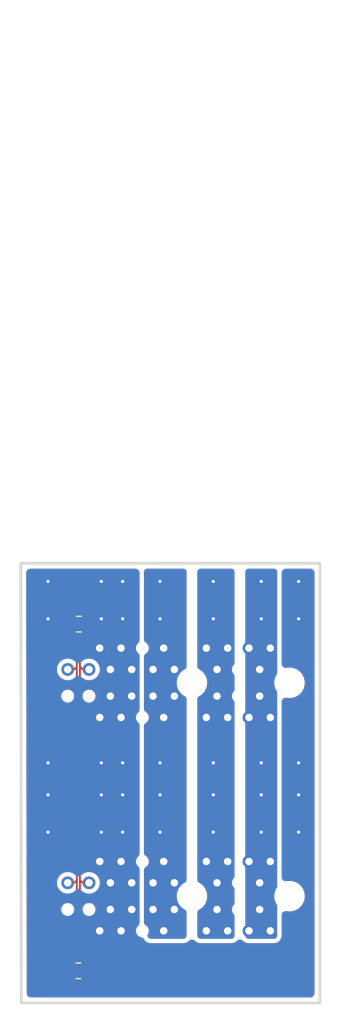
<source format=kicad_pcb>
(kicad_pcb (version 20241229) (generator "pcbnew") (generator_version "9.0")
  (layers (0 "F.Cu" signal) (2 "B.Cu" signal) (13 "F.Paste" user) (15 "B.Paste" user) (5 "F.SilkS" user "F.Silkscreen") (7 "B.SilkS" user "B.Silkscreen") (1 "F.Mask" user) (3 "B.Mask" user) (25 "Edge.Cuts" user))
  (net 0 "")
  (net 1 "+5V")
  (net 2 "GND")
  (net 3 "CANP")
  (net 4 "CANN")
  (net 5 "+7.4V")
  (net 6 "+3.3V")
  (footprint "10018784_10210TLF:AMPHENOL_10018784-10210TLF" (layer "F.Cu") (at 138 140)
    (property "Reference" "J1" (hide yes))
    (property "Value" "10018784-10210TLF" (hide yes))
    (pad "" np_thru_hole circle (at -11.65 1.25) (size 0.3 0.3) (drill 0.7) (layers "*.Cu" "*.Mask"))
    (pad "" np_thru_hole circle (at -9.65 1.25) (size 0.3 0.3) (drill 0.7) (layers "*.Cu" "*.Mask"))
    (pad "" np_thru_hole circle (at -4.65 -3.25) (size 0.3 0.3) (drill 0.7) (layers "*.Cu" "*.Mask"))
    (pad "" np_thru_hole circle (at -4.65 3.25) (size 0.3 0.3) (drill 0.7) (layers "*.Cu" "*.Mask"))
    (pad "" np_thru_hole circle (at 0 0) (size 2.35 2.35) (drill 2.35) (layers "*.Cu" "*.Mask"))
    (pad "" np_thru_hole circle (at 4.35 -1.25) (size 0.3 0.3) (drill 0.7) (layers "*.Cu" "*.Mask"))
    (pad "" np_thru_hole circle (at 4.35 1.25) (size 0.3 0.3) (drill 0.7) (layers "*.Cu" "*.Mask"))
    (pad "" np_thru_hole circle (at 9.15 0) (size 2.35 2.35) (drill 2.35) (layers "*.Cu" "*.Mask"))
    (pad "A1" thru_hole circle (at -11.65 -1.25) (size 1.208 1.208) (drill 0.7) (layers "*.Cu" "*.Mask") (net 3 "CANP"))
    (pad "A3" thru_hole circle (at -9.65 -1.25) (size 1.208 1.208) (drill 0.7) (layers "*.Cu" "*.Mask") (net 4 "CANN"))
    (pad "A4" thru_hole circle (at -8.65 -3.25) (size 1.208 1.208) (drill 0.7) (layers "*.Cu" "*.Mask") (net 2 "GND"))
    (pad "A5" thru_hole circle (at -7.65 -1.25) (size 1.208 1.208) (drill 0.7) (layers "*.Cu" "*.Mask") (net 2 "GND"))
    (pad "A6" thru_hole circle (at -6.65 -3.25) (size 1.208 1.208) (drill 0.7) (layers "*.Cu" "*.Mask") (net 2 "GND"))
    (pad "A7" thru_hole circle (at -5.65 -1.25) (size 1.208 1.208) (drill 0.7) (layers "*.Cu" "*.Mask") (net 2 "GND"))
    (pad "A9" thru_hole circle (at -3.65 -1.25) (size 1.208 1.208) (drill 0.7) (layers "*.Cu" "*.Mask") (net 6 "+3.3V"))
    (pad "A10" thru_hole circle (at -2.65 -3.25) (size 1.208 1.208) (drill 0.7) (layers "*.Cu" "*.Mask") (net 6 "+3.3V"))
    (pad "A11" thru_hole circle (at -1.65 -1.25) (size 1.208 1.208) (drill 0.7) (layers "*.Cu" "*.Mask") (net 6 "+3.3V"))
    (pad "A12" thru_hole circle (at 1.35 -3.25) (size 1.208 1.208) (drill 0.7) (layers "*.Cu" "*.Mask") (net 1 "+5V"))
    (pad "A13" thru_hole circle (at 2.35 -1.25) (size 1.208 1.208) (drill 0.7) (layers "*.Cu" "*.Mask") (net 1 "+5V"))
    (pad "A14" thru_hole circle (at 3.35 -3.25) (size 1.208 1.208) (drill 0.7) (layers "*.Cu" "*.Mask") (net 1 "+5V"))
    (pad "A16" thru_hole circle (at 5.35 -3.25) (size 1.208 1.208) (drill 0.7) (layers "*.Cu" "*.Mask") (net 5 "+7.4V"))
    (pad "A17" thru_hole circle (at 6.35 -1.25) (size 1.208 1.208) (drill 0.7) (layers "*.Cu" "*.Mask") (net 5 "+7.4V"))
    (pad "A18" thru_hole circle (at 7.35 -3.25) (size 1.208 1.208) (drill 0.7) (layers "*.Cu" "*.Mask") (net 5 "+7.4V"))
    (pad "B4" thru_hole circle (at -8.65 3.25) (size 1.208 1.208) (drill 0.7) (layers "*.Cu" "*.Mask") (net 2 "GND"))
    (pad "B5" thru_hole circle (at -7.65 1.25) (size 1.208 1.208) (drill 0.7) (layers "*.Cu" "*.Mask") (net 2 "GND"))
    (pad "B6" thru_hole circle (at -6.65 3.25) (size 1.208 1.208) (drill 0.7) (layers "*.Cu" "*.Mask") (net 2 "GND"))
    (pad "B7" thru_hole circle (at -5.65 1.25) (size 1.208 1.208) (drill 0.7) (layers "*.Cu" "*.Mask") (net 2 "GND"))
    (pad "B9" thru_hole circle (at -3.65 1.25) (size 1.208 1.208) (drill 0.7) (layers "*.Cu" "*.Mask") (net 6 "+3.3V"))
    (pad "B10" thru_hole circle (at -2.65 3.25) (size 1.208 1.208) (drill 0.7) (layers "*.Cu" "*.Mask") (net 6 "+3.3V"))
    (pad "B11" thru_hole circle (at -1.65 1.25) (size 1.208 1.208) (drill 0.7) (layers "*.Cu" "*.Mask") (net 6 "+3.3V"))
    (pad "B12" thru_hole circle (at 1.35 3.25) (size 1.208 1.208) (drill 0.7) (layers "*.Cu" "*.Mask") (net 1 "+5V"))
    (pad "B13" thru_hole circle (at 2.35 1.25) (size 1.208 1.208) (drill 0.7) (layers "*.Cu" "*.Mask") (net 1 "+5V"))
    (pad "B14" thru_hole circle (at 3.35 3.25) (size 1.208 1.208) (drill 0.7) (layers "*.Cu" "*.Mask") (net 1 "+5V"))
    (pad "B16" thru_hole circle (at 5.35 3.25) (size 1.208 1.208) (drill 0.7) (layers "*.Cu" "*.Mask") (net 5 "+7.4V"))
    (pad "B17" thru_hole circle (at 6.35 1.25) (size 1.208 1.208) (drill 0.7) (layers "*.Cu" "*.Mask") (net 5 "+7.4V"))
    (pad "B18" thru_hole circle (at 7.35 3.25) (size 1.208 1.208) (drill 0.7) (layers "*.Cu" "*.Mask") (net 5 "+7.4V"))
  )
  (footprint "Resistor_SMD:R_0805_2012Metric" (layer "F.Cu") (at 127.35 147)
    (property "Reference" "R2" (hide yes))
    (property "Value" "120" (hide yes))
    (fp_line (start -0.227064 -0.735) (end 0.227064 -0.735) (stroke (width 0.12)) (layer "F.SilkS"))
    (fp_line (start -0.227064 0.735) (end 0.227064 0.735) (stroke (width 0.12)) (layer "F.SilkS"))
    (pad "1" smd roundrect (at -0.9125 0) (size 1.025 1.4) (layers "F.Cu" "F.Mask" "F.Paste") (roundrect_rratio 0.243902) (net 3 "CANP"))
    (pad "2" smd roundrect (at 0.9125 0) (size 1.025 1.4) (layers "F.Cu" "F.Mask" "F.Paste") (roundrect_rratio 0.243902) (net 4 "CANN"))
  )
  (footprint "10018784_10210TLF:AMPHENOL_10018784-10210TLF" (layer "F.Cu") (at 138 120)
    (property "Reference" "J1" (hide yes))
    (property "Value" "10018784-10210TLF" (hide yes))
    (pad "" np_thru_hole circle (at -11.65 1.25) (size 0.3 0.3) (drill 0.7) (layers "*.Cu" "*.Mask"))
    (pad "" np_thru_hole circle (at -9.65 1.25) (size 0.3 0.3) (drill 0.7) (layers "*.Cu" "*.Mask"))
    (pad "" np_thru_hole circle (at -4.65 -3.25) (size 0.3 0.3) (drill 0.7) (layers "*.Cu" "*.Mask"))
    (pad "" np_thru_hole circle (at -4.65 3.25) (size 0.3 0.3) (drill 0.7) (layers "*.Cu" "*.Mask"))
    (pad "" np_thru_hole circle (at 0 0) (size 2.35 2.35) (drill 2.35) (layers "*.Cu" "*.Mask"))
    (pad "" np_thru_hole circle (at 4.35 -1.25) (size 0.3 0.3) (drill 0.7) (layers "*.Cu" "*.Mask"))
    (pad "" np_thru_hole circle (at 4.35 1.25) (size 0.3 0.3) (drill 0.7) (layers "*.Cu" "*.Mask"))
    (pad "" np_thru_hole circle (at 9.15 0) (size 2.35 2.35) (drill 2.35) (layers "*.Cu" "*.Mask"))
    (pad "A1" thru_hole circle (at -11.65 -1.25) (size 1.208 1.208) (drill 0.7) (layers "*.Cu" "*.Mask") (net 3 "CANP"))
    (pad "A3" thru_hole circle (at -9.65 -1.25) (size 1.208 1.208) (drill 0.7) (layers "*.Cu" "*.Mask") (net 4 "CANN"))
    (pad "A4" thru_hole circle (at -8.65 -3.25) (size 1.208 1.208) (drill 0.7) (layers "*.Cu" "*.Mask") (net 2 "GND"))
    (pad "A5" thru_hole circle (at -7.65 -1.25) (size 1.208 1.208) (drill 0.7) (layers "*.Cu" "*.Mask") (net 2 "GND"))
    (pad "A6" thru_hole circle (at -6.65 -3.25) (size 1.208 1.208) (drill 0.7) (layers "*.Cu" "*.Mask") (net 2 "GND"))
    (pad "A7" thru_hole circle (at -5.65 -1.25) (size 1.208 1.208) (drill 0.7) (layers "*.Cu" "*.Mask") (net 2 "GND"))
    (pad "A9" thru_hole circle (at -3.65 -1.25) (size 1.208 1.208) (drill 0.7) (layers "*.Cu" "*.Mask") (net 6 "+3.3V"))
    (pad "A10" thru_hole circle (at -2.65 -3.25) (size 1.208 1.208) (drill 0.7) (layers "*.Cu" "*.Mask") (net 6 "+3.3V"))
    (pad "A11" thru_hole circle (at -1.65 -1.25) (size 1.208 1.208) (drill 0.7) (layers "*.Cu" "*.Mask") (net 6 "+3.3V"))
    (pad "A12" thru_hole circle (at 1.35 -3.25) (size 1.208 1.208) (drill 0.7) (layers "*.Cu" "*.Mask") (net 1 "+5V"))
    (pad "A13" thru_hole circle (at 2.35 -1.25) (size 1.208 1.208) (drill 0.7) (layers "*.Cu" "*.Mask") (net 1 "+5V"))
    (pad "A14" thru_hole circle (at 3.35 -3.25) (size 1.208 1.208) (drill 0.7) (layers "*.Cu" "*.Mask") (net 1 "+5V"))
    (pad "A16" thru_hole circle (at 5.35 -3.25) (size 1.208 1.208) (drill 0.7) (layers "*.Cu" "*.Mask") (net 5 "+7.4V"))
    (pad "A17" thru_hole circle (at 6.35 -1.25) (size 1.208 1.208) (drill 0.7) (layers "*.Cu" "*.Mask") (net 5 "+7.4V"))
    (pad "A18" thru_hole circle (at 7.35 -3.25) (size 1.208 1.208) (drill 0.7) (layers "*.Cu" "*.Mask") (net 5 "+7.4V"))
    (pad "B4" thru_hole circle (at -8.65 3.25) (size 1.208 1.208) (drill 0.7) (layers "*.Cu" "*.Mask") (net 2 "GND"))
    (pad "B5" thru_hole circle (at -7.65 1.25) (size 1.208 1.208) (drill 0.7) (layers "*.Cu" "*.Mask") (net 2 "GND"))
    (pad "B6" thru_hole circle (at -6.65 3.25) (size 1.208 1.208) (drill 0.7) (layers "*.Cu" "*.Mask") (net 2 "GND"))
    (pad "B7" thru_hole circle (at -5.65 1.25) (size 1.208 1.208) (drill 0.7) (layers "*.Cu" "*.Mask") (net 2 "GND"))
    (pad "B9" thru_hole circle (at -3.65 1.25) (size 1.208 1.208) (drill 0.7) (layers "*.Cu" "*.Mask") (net 6 "+3.3V"))
    (pad "B10" thru_hole circle (at -2.65 3.25) (size 1.208 1.208) (drill 0.7) (layers "*.Cu" "*.Mask") (net 6 "+3.3V"))
    (pad "B11" thru_hole circle (at -1.65 1.25) (size 1.208 1.208) (drill 0.7) (layers "*.Cu" "*.Mask") (net 6 "+3.3V"))
    (pad "B12" thru_hole circle (at 1.35 3.25) (size 1.208 1.208) (drill 0.7) (layers "*.Cu" "*.Mask") (net 1 "+5V"))
    (pad "B13" thru_hole circle (at 2.35 1.25) (size 1.208 1.208) (drill 0.7) (layers "*.Cu" "*.Mask") (net 1 "+5V"))
    (pad "B14" thru_hole circle (at 3.35 3.25) (size 1.208 1.208) (drill 0.7) (layers "*.Cu" "*.Mask") (net 1 "+5V"))
    (pad "B16" thru_hole circle (at 5.35 3.25) (size 1.208 1.208) (drill 0.7) (layers "*.Cu" "*.Mask") (net 5 "+7.4V"))
    (pad "B17" thru_hole circle (at 6.35 1.25) (size 1.208 1.208) (drill 0.7) (layers "*.Cu" "*.Mask") (net 5 "+7.4V"))
    (pad "B18" thru_hole circle (at 7.35 3.25) (size 1.208 1.208) (drill 0.7) (layers "*.Cu" "*.Mask") (net 5 "+7.4V"))
  )
  (footprint "Resistor_SMD:R_0805_2012Metric" (layer "F.Cu") (at 127.4 114.5)
    (property "Reference" "R1" (hide yes))
    (property "Value" "120" (hide yes))
    (fp_line (start -0.227064 -0.735) (end 0.227064 -0.735) (stroke (width 0.12)) (layer "F.SilkS"))
    (fp_line (start -0.227064 0.735) (end 0.227064 0.735) (stroke (width 0.12)) (layer "F.SilkS"))
    (pad "1" smd roundrect (at -0.9125 0) (size 1.025 1.4) (layers "F.Cu" "F.Mask" "F.Paste") (roundrect_rratio 0.243902) (net 3 "CANP"))
    (pad "2" smd roundrect (at 0.9125 0) (size 1.025 1.4) (layers "F.Cu" "F.Mask" "F.Paste") (roundrect_rratio 0.243902) (net 4 "CANN"))
  )
  (gr_line (start 121.95 108.8) (end 150 108.8) (stroke (width 0.25)) (layer "Edge.Cuts"))
  (gr_line (start 122 150) (end 121.95 108.8) (stroke (width 0.25)) (layer "Edge.Cuts"))
  (gr_line (start 150 150) (end 150 108.8) (stroke (width 0.25)) (layer "Edge.Cuts"))
  (gr_line (start 122 150) (end 150 150) (stroke (width 0.25)) (layer "Edge.Cuts"))
  (via (at 140 130.5) (size 0.4) (drill 0.3) (layers "F.Cu" "B.Cu") (net 1))
  (via (at 140 134) (size 0.4) (drill 0.3) (layers "F.Cu" "B.Cu") (net 1))
  (via (at 140 114) (size 0.4) (drill 0.3) (layers "F.Cu" "B.Cu") (net 1))
  (via (at 140 110.5) (size 0.4) (drill 0.3) (layers "F.Cu" "B.Cu") (net 1))
  (via (at 140 127.5) (size 0.4) (drill 0.3) (layers "F.Cu" "B.Cu") (net 1))
  (via (at 131.5 130.5) (size 0.4) (drill 0.3) (layers "F.Cu" "B.Cu") (net 2))
  (via (at 148 130.5) (size 0.4) (drill 0.3) (layers "F.Cu" "B.Cu") (net 2))
  (via (at 131.5 127.5) (size 0.4) (drill 0.3) (layers "F.Cu" "B.Cu") (net 2))
  (via (at 124.5 130.5) (size 0.4) (drill 0.3) (layers "F.Cu" "B.Cu") (net 2))
  (via (at 131.5 134) (size 0.4) (drill 0.3) (layers "F.Cu" "B.Cu") (net 2))
  (via (at 148 110.5) (size 0.4) (drill 0.3) (layers "F.Cu" "B.Cu") (net 2))
  (via (at 124.5 127.5) (size 0.4) (drill 0.3) (layers "F.Cu" "B.Cu") (net 2))
  (via (at 129.5 127.5) (size 0.4) (drill 0.3) (layers "F.Cu" "B.Cu") (net 2))
  (via (at 148 134) (size 0.4) (drill 0.3) (layers "F.Cu" "B.Cu") (net 2))
  (via (at 131.5 114) (size 0.4) (drill 0.3) (layers "F.Cu" "B.Cu") (net 2))
  (via (at 124.5 134) (size 0.4) (drill 0.3) (layers "F.Cu" "B.Cu") (net 2))
  (via (at 129.5 134) (size 0.4) (drill 0.3) (layers "F.Cu" "B.Cu") (net 2))
  (via (at 129.5 114) (size 0.4) (drill 0.3) (layers "F.Cu" "B.Cu") (net 2))
  (via (at 129.5 110.5) (size 0.4) (drill 0.3) (layers "F.Cu" "B.Cu") (net 2))
  (via (at 131.5 110.5) (size 0.4) (drill 0.3) (layers "F.Cu" "B.Cu") (net 2))
  (via (at 129.5 130.5) (size 0.4) (drill 0.3) (layers "F.Cu" "B.Cu") (net 2))
  (via (at 124.5 110.5) (size 0.4) (drill 0.3) (layers "F.Cu" "B.Cu") (net 2))
  (via (at 124.5 114) (size 0.4) (drill 0.3) (layers "F.Cu" "B.Cu") (net 2))
  (via (at 148 127.5) (size 0.4) (drill 0.3) (layers "F.Cu" "B.Cu") (net 2))
  (via (at 148 114) (size 0.4) (drill 0.3) (layers "F.Cu" "B.Cu") (net 2))
  (segment (start 126.4875 114.7875) (end 127.2 115.5) (width 0.16) (layer "F.Cu") (net 3))
  (segment (start 127.2037 118.175131) (end 127.2037 118.5) (width 0.16) (layer "F.Cu") (net 3))
  (segment (start 126.35 118.75) (end 126.9537 118.75) (width 0.16) (layer "F.Cu") (net 3))
  (segment (start 126.9537 118.75) (end 127.2037 118.5) (width 0.16) (layer "F.Cu") (net 3))
  (segment (start 126.4875 114.5) (end 126.4875 114.7875) (width 0.16) (layer "F.Cu") (net 3))
  (segment (start 127.2037 138.5) (end 127.2037 118.5) (width 0.16) (layer "F.Cu") (net 3))
  (segment (start 126.35 138.75) (end 126.9537 138.75) (width 0.16) (layer "F.Cu") (net 3))
  (segment (start 127.2 118.171431) (end 127.2037 118.175131) (width 0.16) (layer "F.Cu") (net 3))
  (segment (start 127.2 115.5) (end 127.2 118.171431) (width 0.16) (layer "F.Cu") (net 3))
  (segment (start 126.4375 147) (end 126.4375 145.949999) (width 0.16) (layer "F.Cu") (net 3))
  (segment (start 126.9537 138.75) (end 127.2037 138.5) (width 0.16) (layer "F.Cu") (net 3))
  (segment (start 126.4375 145.949999) (end 127.2037 145.183799) (width 0.16) (layer "F.Cu") (net 3))
  (segment (start 127.2037 145.183799) (end 127.2037 138.5) (width 0.16) (layer "F.Cu") (net 3))
  (segment (start 128.3125 114.6875) (end 127.4963 115.5037) (width 0.16) (layer "F.Cu") (net 4))
  (segment (start 128.35 138.75) (end 127.7463 138.75) (width 0.16) (layer "F.Cu") (net 4))
  (segment (start 128.35 118.75) (end 127.7463 118.75) (width 0.16) (layer "F.Cu") (net 4))
  (segment (start 128.2625 145.949999) (end 127.4963 145.183799) (width 0.16) (layer "F.Cu") (net 4))
  (segment (start 127.4963 115.5037) (end 127.4963 118.5) (width 0.16) (layer "F.Cu") (net 4))
  (segment (start 127.4963 145.183799) (end 127.4963 138.5) (width 0.16) (layer "F.Cu") (net 4))
  (segment (start 128.2625 147) (end 128.2625 145.949999) (width 0.16) (layer "F.Cu") (net 4))
  (segment (start 127.7463 138.75) (end 127.4963 138.5) (width 0.16) (layer "F.Cu") (net 4))
  (segment (start 127.4963 138.5) (end 127.4963 118.5) (width 0.16) (layer "F.Cu") (net 4))
  (segment (start 127.7463 118.75) (end 127.4963 118.5) (width 0.16) (layer "F.Cu") (net 4))
  (segment (start 128.3125 114.5) (end 128.3125 114.6875) (width 0.16) (layer "F.Cu") (net 4))
  (via (at 144.5 130.5) (size 0.4) (drill 0.3) (layers "F.Cu" "B.Cu") (net 5))
  (via (at 144.5 134) (size 0.4) (drill 0.3) (layers "F.Cu" "B.Cu") (net 5))
  (via (at 144.5 114) (size 0.4) (drill 0.3) (layers "F.Cu" "B.Cu") (net 5))
  (via (at 144.5 110.5) (size 0.4) (drill 0.3) (layers "F.Cu" "B.Cu") (net 5))
  (via (at 144.5 127.5) (size 0.4) (drill 0.3) (layers "F.Cu" "B.Cu") (net 5))
  (via (at 135 130.5) (size 0.4) (drill 0.3) (layers "F.Cu" "B.Cu") (net 6))
  (via (at 135 110.5) (size 0.4) (drill 0.3) (layers "F.Cu" "B.Cu") (net 6))
  (via (at 135 114) (size 0.4) (drill 0.3) (layers "F.Cu" "B.Cu") (net 6))
  (via (at 135 134) (size 0.4) (drill 0.3) (layers "F.Cu" "B.Cu") (net 6))
  (via (at 135 127.5) (size 0.4) (drill 0.3) (layers "F.Cu" "B.Cu") (net 6))
  (zone (net 5) (net_name "+7.4V") (layers "F.Cu" "B.Cu") (priority 1) (connect_pads yes (clearance 0.3)) (min_thickness 0.6) (fill yes (thermal_gap 0.5) (thermal_bridge_width 0.6))
    (polygon (pts (xy 143 56) (xy 146 56) (xy 146 144) (xy 143 144)))
  )
  (zone (net 6) (net_name "+3.3V") (layers "F.Cu" "B.Cu") (priority 1) (connect_pads yes (clearance 0.3)) (min_thickness 0.6) (fill yes (thermal_gap 0.5) (thermal_bridge_width 0.6))
    (polygon (pts (xy 133.5 56) (xy 137.5 56) (xy 137.5 144) (xy 133.5 144)))
  )
  (zone (net 1) (net_name "+5V") (layers "F.Cu" "B.Cu") (priority 1) (connect_pads yes (clearance 0.3)) (min_thickness 0.6) (fill yes (thermal_gap 0.5) (thermal_bridge_width 0.6))
    (polygon (pts (xy 138.5 56) (xy 142 56) (xy 142 144) (xy 138.5 144)))
  )
  (zone (net 2) (net_name "GND") (layers "F.Cu" "B.Cu") (connect_pads yes (clearance 0.4)) (min_thickness 0.8) (fill yes (thermal_gap 0.5) (thermal_bridge_width 0.9))
    (polygon (pts (xy 152 152) (xy 152 108.45) (xy 120 108.45) (xy 120 152)))
  )
)
</source>
